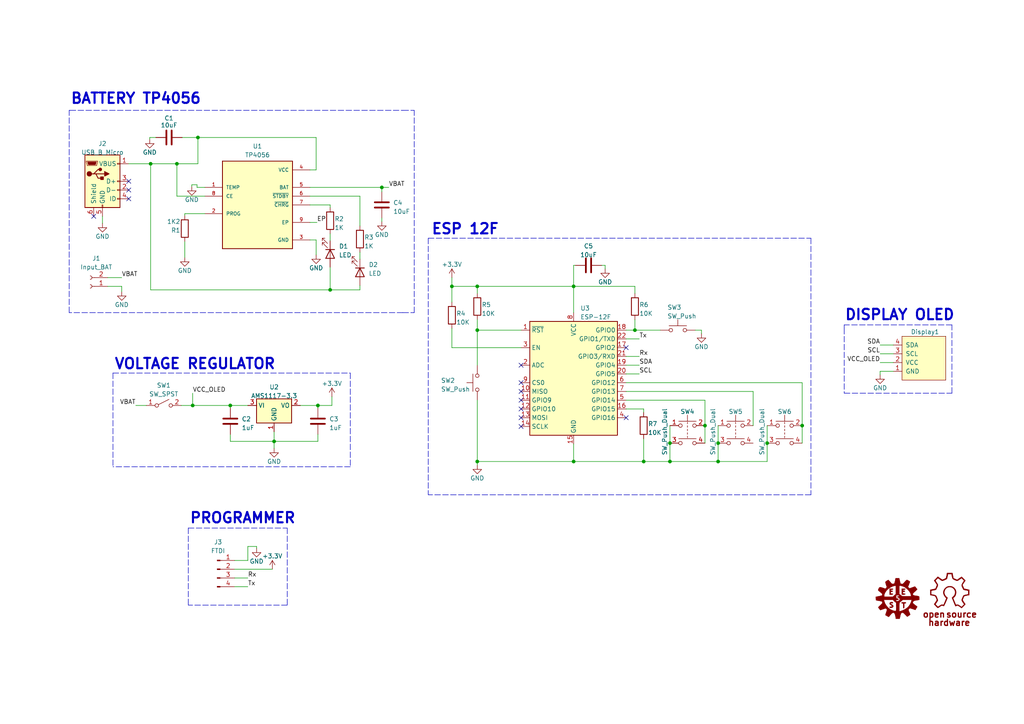
<source format=kicad_sch>
(kicad_sch (version 20230121) (generator eeschema)
  (paper "A4")
  (title_block (title "SmartWatch") (date "2023-04-08") (rev "3.0") (company "E.E.S.T. N°5") (comment 1 "Autor: Mauricio Falcon") (comment 2 "CURSO: 7MO 3RA"))
  (lib_symbols
    (symbol "Connector:Conn_01x02_Socket" (pin_names (offset 1.016) hide)
      (property "Reference" "J" (at 0 2.54 0))
      (property "Value" "Conn_01x02_Socket" (at 0 -5.08 0))
      (symbol "Conn_01x02_Socket_1_1"
        (arc (start 0 -2.032) (mid -0.5058 -2.54) (end 0 -3.048) (stroke (width 0.1524)))
        (polyline (pts (xy -1.27 -2.54) (xy -0.508 -2.54)) (stroke (width 0.1524)))
        (polyline (pts (xy -1.27 0) (xy -0.508 0)) (stroke (width 0.1524)))
        (arc (start 0 0.508) (mid -0.5058 0) (end 0 -0.508) (stroke (width 0.1524)))
        (pin passive line (at -5.08 0 0) (length 3.81) (name "Pin_1") (number "1"))
        (pin passive line (at -5.08 -2.54 0) (length 3.81) (name "Pin_2") (number "2"))
      )
    )
    (symbol "Connector:Conn_01x04_Pin" (pin_names (offset 1.016) hide)
      (property "Reference" "J" (at 0 5.08 0))
      (property "Value" "Conn_01x04_Pin" (at 0 -7.62 0))
      (symbol "Conn_01x04_Pin_1_1"
        (polyline (pts (xy 1.27 -5.08) (xy 0.8636 -5.08)) (stroke (width 0.1524)))
        (polyline (pts (xy 1.27 -2.54) (xy 0.8636 -2.54)) (stroke (width 0.1524)))
        (polyline (pts (xy 1.27 0) (xy 0.8636 0)) (stroke (width 0.1524)))
        (polyline (pts (xy 1.27 2.54) (xy 0.8636 2.54)) (stroke (width 0.1524)))
        (rectangle (start 0.8636 -4.953) (end 0 -5.207) (stroke (width 0.1524)) (fill (type outline)))
        (rectangle (start 0.8636 -2.413) (end 0 -2.667) (stroke (width 0.1524)) (fill (type outline)))
        (rectangle (start 0.8636 0.127) (end 0 -0.127) (stroke (width 0.1524)) (fill (type outline)))
        (rectangle (start 0.8636 2.667) (end 0 2.413) (stroke (width 0.1524)) (fill (type outline)))
        (pin passive line (at 5.08 2.54 180) (length 3.81) (name "Pin_1") (number "1"))
        (pin passive line (at 5.08 0 180) (length 3.81) (name "Pin_2") (number "2"))
        (pin passive line (at 5.08 -2.54 180) (length 3.81) (name "Pin_3") (number "3"))
        (pin passive line (at 5.08 -5.08 180) (length 3.81) (name "Pin_4") (number "4"))
      )
    )
    (symbol "Connector:USB_B_Micro" (pin_names (offset 1.016))
      (property "Reference" "J" (at -5.08 11.43 0))
      (property "Value" "USB_B_Micro" (at -5.08 8.89 0))
      (symbol "USB_B_Micro_0_1"
        (rectangle (start -5.08 -7.62) (end 5.08 7.62) (stroke (width 0.254)) (fill (type background)))
        (circle (center -3.81 2.159) (radius 0.635) (stroke (width 0.254)) (fill (type outline)))
        (circle (center -0.635 3.429) (radius 0.381) (stroke (width 0.254)) (fill (type outline)))
        (rectangle (start -0.127 -7.62) (end 0.127 -6.858))
        (polyline (pts (xy -1.905 2.159) (xy 0.635 2.159)) (stroke (width 0.254)))
        (polyline (pts (xy -3.175 2.159) (xy -2.54 2.159) (xy -1.27 3.429) (xy -0.635 3.429)) (stroke (width 0.254)))
        (polyline (pts (xy -2.54 2.159) (xy -1.905 2.159) (xy -1.27 0.889) (xy 0 0.889)) (stroke (width 0.254)))
        (polyline (pts (xy 0.635 2.794) (xy 0.635 1.524) (xy 1.905 2.159) (xy 0.635 2.794)) (stroke (width 0.254)) (fill (type outline)))
        (polyline (pts (xy -4.318 5.588) (xy -1.778 5.588) (xy -2.032 4.826) (xy -4.064 4.826) (xy -4.318 5.588)) (fill (type outline)))
        (polyline (pts (xy -4.699 5.842) (xy -4.699 5.588) (xy -4.445 4.826) (xy -4.445 4.572) (xy -1.651 4.572) (xy -1.651 4.826) (xy -1.397 5.588) (xy -1.397 5.842) (xy -4.699 5.842)))
        (rectangle (start 0.254 1.27) (end -0.508 0.508) (stroke (width 0.254)) (fill (type outline)))
        (rectangle (start 5.08 -5.207) (end 4.318 -4.953))
        (rectangle (start 5.08 -2.667) (end 4.318 -2.413))
        (rectangle (start 5.08 -0.127) (end 4.318 0.127))
        (rectangle (start 5.08 4.953) (end 4.318 5.207))
      )
      (symbol "USB_B_Micro_1_1"
        (pin power_out line (at 7.62 5.08 180) (length 2.54) (name "VBUS") (number "1"))
        (pin bidirectional line (at 7.62 -2.54 180) (length 2.54) (name "D-") (number "2"))
        (pin bidirectional line (at 7.62 0 180) (length 2.54) (name "D+") (number "3"))
        (pin passive line (at 7.62 -5.08 180) (length 2.54) (name "ID") (number "4"))
        (pin power_out line (at 0 -10.16 90) (length 2.54) (name "GND") (number "5"))
        (pin passive line (at -2.54 -10.16 90) (length 2.54) (name "Shield") (number "6"))
      )
    )
    (symbol "Device:C" (pin_numbers hide) (pin_names (offset 0.254))
      (property "Reference" "C" (at 0.635 2.54 0))
      (property "Value" "C" (at 0.635 -2.54 0))
      (symbol "C_0_1"
        (polyline (pts (xy -2.032 -0.762) (xy 2.032 -0.762)) (stroke (width 0.508)))
        (polyline (pts (xy -2.032 0.762) (xy 2.032 0.762)) (stroke (width 0.508)))
      )
      (symbol "C_1_1"
        (pin passive line (at 0 3.81 270) (length 2.794) (name "~") (number "1"))
        (pin passive line (at 0 -3.81 90) (length 2.794) (name "~") (number "2"))
      )
    )
    (symbol "Device:LED" (pin_numbers hide) (pin_names (offset 1.016) hide)
      (property "Reference" "D" (at 0 2.54 0))
      (property "Value" "LED" (at 0 -2.54 0))
      (symbol "LED_0_1"
        (polyline (pts (xy -1.27 -1.27) (xy -1.27 1.27)) (stroke (width 0.254)))
        (polyline (pts (xy -1.27 0) (xy 1.27 0)))
        (polyline (pts (xy 1.27 -1.27) (xy 1.27 1.27) (xy -1.27 0) (xy 1.27 -1.27)) (stroke (width 0.254)))
        (polyline (pts (xy -3.048 -0.762) (xy -4.572 -2.286) (xy -3.81 -2.286) (xy -4.572 -2.286) (xy -4.572 -1.524)))
        (polyline (pts (xy -1.778 -0.762) (xy -3.302 -2.286) (xy -2.54 -2.286) (xy -3.302 -2.286) (xy -3.302 -1.524)))
      )
      (symbol "LED_1_1"
        (pin passive line (at -3.81 0 0) (length 2.54) (name "K") (number "1"))
        (pin passive line (at 3.81 0 180) (length 2.54) (name "A") (number "2"))
      )
    )
    (symbol "Device:R" (pin_numbers hide) (pin_names (offset 0))
      (property "Reference" "R" (at 2.032 0 90))
      (property "Value" "R" (at 0 0 90))
      (symbol "R_0_1"
        (rectangle (start -1.016 -2.54) (end 1.016 2.54) (stroke (width 0.254)))
      )
      (symbol "R_1_1"
        (pin passive line (at 0 3.81 270) (length 1.27) (name "~") (number "1"))
        (pin passive line (at 0 -3.81 90) (length 1.27) (name "~") (number "2"))
      )
    )
    (symbol "EESTN5-v2:LOGO_ROTULO" (pin_names (offset 1.016))
      (symbol "LOGO_ROTULO_0_0"
        (polyline (pts (xy 1.8034 -2.921) (xy 1.8796 -2.8194) (xy 1.905 -2.6162) (xy 1.9304 -2.2352) (xy 1.9304 -1.7272) (xy 1.9558 -1.5748) (xy 2.032 -1.524) (xy 2.1844 -1.524) (xy 2.3368 -1.4732) (xy 2.4384 -1.3716) (xy 2.413 -1.3208) (xy 2.3368 -1.2446) (xy 2.1336 -1.2192) (xy 1.2954 -1.2192) (xy 1.143 -1.27) (xy 1.1176 -1.3716) (xy 1.143 -1.4478) (xy 1.3716 -1.524) (xy 1.4224 -1.524) (xy 1.524 -1.5494) (xy 1.5748 -1.6256) (xy 1.6002 -1.8542) (xy 1.6256 -2.2352) (xy 1.6256 -2.7432) (xy 1.6764 -2.8956) (xy 1.778 -2.9464) (xy 1.8034 -2.921)) (stroke (width 0.0254)) (fill (type outline)))
        (polyline (pts (xy -1.5748 1.0414) (xy -1.397 1.0922) (xy -1.3208 1.1684) (xy -1.3462 1.1938) (xy -1.4224 1.2954) (xy -1.6764 1.3208) (xy -1.905 1.3462) (xy -2.0066 1.4224) (xy -2.032 1.5748) (xy -2.032 1.7018) (xy -1.9558 1.8034) (xy -1.7272 1.8288) (xy -1.524 1.8796) (xy -1.4224 1.9812) (xy -1.4986 2.1082) (xy -1.7272 2.1336) (xy -1.9558 2.1844) (xy -2.032 2.286) (xy -2.032 2.3114) (xy -1.9558 2.413) (xy -1.6764 2.4384) (xy -1.651 2.4638) (xy -1.4224 2.4892) (xy -1.3208 2.5908) (xy -1.3716 2.6924) (xy -1.524 2.7432) (xy -2.3368 2.7432) (xy -2.3368 1.016) (xy -1.8288 1.016) (xy -1.5748 1.0414)) (stroke (width 0.0254)) (fill (type outline)))
        (polyline (pts (xy 1.9812 1.0414) (xy 2.159 1.0922) (xy 2.2352 1.1684) (xy 2.2098 1.1938) (xy 2.1336 1.2954) (xy 1.8796 1.3208) (xy 1.651 1.3462) (xy 1.5494 1.4224) (xy 1.524 1.5748) (xy 1.524 1.7018) (xy 1.6002 1.8034) (xy 1.8288 1.8288) (xy 2.032 1.8796) (xy 2.1336 1.9812) (xy 2.0574 2.1082) (xy 1.8288 2.1336) (xy 1.6002 2.1844) (xy 1.524 2.286) (xy 1.524 2.3114) (xy 1.6002 2.413) (xy 1.8796 2.4384) (xy 1.905 2.4638) (xy 2.1336 2.4892) (xy 2.2352 2.5908) (xy 2.1844 2.6924) (xy 2.032 2.7432) (xy 1.2192 2.7432) (xy 1.2192 1.016) (xy 1.7272 1.016) (xy 1.9812 1.0414)) (stroke (width 0.0254)) (fill (type outline)))
        (polyline (pts (xy -1.6256 -2.7686) (xy -1.4224 -2.667) (xy -1.27 -2.4892) (xy -1.2446 -2.2606) (xy -1.397 -2.0066) (xy -1.778 -1.778) (xy -1.905 -1.6764) (xy -2.032 -1.524) (xy -2.032 -1.4478) (xy -1.9304 -1.4224) (xy -1.4732 -1.4732) (xy -1.3716 -1.4478) (xy -1.3462 -1.3208) (xy -1.4732 -1.1684) (xy -1.7272 -1.1176) (xy -1.9812 -1.143) (xy -2.1844 -1.27) (xy -2.2606 -1.3208) (xy -2.3368 -1.5748) (xy -2.2352 -1.8288) (xy -1.9304 -2.032) (xy -1.6764 -2.2098) (xy -1.6002 -2.3368) (xy -1.6764 -2.4384) (xy -1.9558 -2.4638) (xy -1.9812 -2.4638) (xy -2.2606 -2.4892) (xy -2.3622 -2.6162) (xy -2.286 -2.7686) (xy -2.159 -2.8194) (xy -1.905 -2.8194) (xy -1.6256 -2.7686)) (stroke (width 0.0254)) (fill (type outline)))
        (polyline (pts (xy 0.762 -5.1816) (xy 0.8128 -4.953) (xy 0.9144 -4.6228) (xy 0.9906 -4.445) (xy 1.0922 -4.318) (xy 1.2446 -4.2418) (xy 1.3716 -4.2164) (xy 1.524 -4.2164) (xy 1.6764 -4.2926) (xy 1.8796 -4.4704) (xy 2.794 -5.3848) (xy 3.2258 -5.1054) (xy 3.3782 -5.0038) (xy 3.556 -4.8514) (xy 3.6576 -4.7498) (xy 3.6068 -4.6482) (xy 3.5306 -4.4196) (xy 3.4036 -4.0894) (xy 3.302 -3.8862) (xy 3.175 -3.5814) (xy 3.1496 -3.3782) (xy 3.2004 -3.2258) (xy 3.429 -2.9972) (xy 3.556 -2.9464) (xy 3.7084 -2.9718) (xy 3.9624 -3.0226) (xy 4.3688 -3.1496) (xy 5.1562 -3.429) (xy 5.4102 -2.9718) (xy 5.5118 -2.8194) (xy 5.6388 -2.5908) (xy 5.6896 -2.4892) (xy 5.6642 -2.4892) (xy 5.5626 -2.3622) (xy 5.3086 -2.1844) (xy 5.0038 -1.9558) (xy 4.6736 -1.6764) (xy 4.445 -1.4732) (xy 4.3942 -1.3208) (xy 4.4196 -1.27) (xy 4.4704 -1.0922) (xy 4.572 -0.9144) (xy 4.7752 -0.762) (xy 5.0292 -0.7112) (xy 5.1308 -0.6858) (xy 5.4356 -0.6604) (xy 5.7658 -0.5842) (xy 6.2992 -0.4826) (xy 6.2992 0.0254) (xy 6.2738 0.0508) (xy 6.2738 0.3048) (xy 6.223 0.4572) (xy 6.096 0.5588) (xy 5.842 0.6096) (xy 5.4356 0.6604) (xy 5.1054 0.7112) (xy 4.7752 0.7874) (xy 4.572 0.8382) (xy 4.4704 0.9398) (xy 4.4196 1.0922) (xy 4.4196 1.2446) (xy 4.5212 1.397) (xy 4.699 1.6256) (xy 5.0292 1.905) (xy 5.1562 2.0066) (xy 5.6134 2.4638) (xy 5.6642 2.54) (xy 5.6642 2.5908) (xy 5.5372 2.7686) (xy 5.334 2.9972) (xy 5.0292 3.3782) (xy 3.4544 2.8194) (xy 3.2258 3.0226) (xy 2.9972 3.2512) (xy 3.302 3.9878) (xy 3.3274 4.0894) (xy 3.4544 4.4196) (xy 3.556 4.6736) (xy 3.5814 4.7752) (xy 3.5052 4.8514) (xy 3.302 4.9784) (xy 3.048 5.1308) (xy 2.8448 5.2324) (xy 2.7178 5.2832) (xy 2.6924 5.2832) (xy 2.5908 5.2324) (xy 2.4384 5.1054) (xy 2.2098 4.8768) (xy 1.8796 4.4958) (xy 1.524 4.1402) (xy 1.3716 4.0894) (xy 1.143 4.1148) (xy 0.889 4.2164) (xy 0.7874 4.3434) (xy 0.7366 4.5974) (xy 0.635 5.0038) (xy 0.4572 5.7912) (xy -0.5842 5.7912) (xy -0.7112 5.1054) (xy -0.8128 4.699) (xy -0.889 4.4196) (xy -0.9652 4.2418) (xy -1.0922 4.1656) (xy -1.2954 4.1148) (xy -1.524 4.1148) (xy -1.6764 4.191) (xy -1.8796 4.3688) (xy -2.1336 4.6736) (xy -2.6924 5.2832) (xy -3.0988 5.0546) (xy -3.2258 4.953) (xy -3.4544 4.8006) (xy -3.556 4.6736) (xy -3.5306 4.5212) (xy -3.4544 4.2164) (xy -3.3528 3.8608) (xy -3.1242 3.175) (xy -3.3528 2.9464) (xy -3.556 2.7178) (xy -4.0386 2.8956) (xy -4.572 3.0734) (xy -4.9022 3.1496) (xy -5.0546 3.1496) (xy -5.2324 3.1242) (xy -5.3594 3.0226) (xy -5.5118 2.7432) (xy -5.5626 2.6162) (xy -5.6388 2.3876) (xy -5.6388 2.2606) (xy -5.5118 2.1336) (xy -5.2832 1.9558) (xy -4.9784 1.7018) (xy -4.7752 1.524) (xy -4.5466 1.3208) (xy -4.4704 1.143) (xy -4.445 0.9906) (xy -4.4704 0.889) (xy -4.5212 0.8128) (xy -4.6228 0.7366) (xy -4.826 0.6858) (xy -5.1562 0.6096) (xy -5.6388 0.508) (xy -6.1722 0.4064) (xy -3.8608 0.4064) (xy -3.8608 0.7874) (xy -3.8354 1.1176) (xy -3.6068 1.6256) (xy -3.2512 2.159) (xy -2.7686 2.6416) (xy -2.6416 2.7432) (xy -2.159 3.048) (xy -1.651 3.3274) (xy -1.1684 3.5052) (xy -0.762 3.556) (xy -0.508 3.556) (xy -0.508 1.1938) (xy -0.5588 1.143) (xy 0.508 1.143) (xy 0.508 3.429) (xy 0.5588 3.5814) (xy 0.6096 3.6322) (xy 0.6858 3.6322) (xy 0.9144 3.5814) (xy 1.1938 3.5052) (xy 1.3462 3.4798) (xy 1.9304 3.2512) (xy 2.4892 2.8702) (xy 2.9972 2.413) (xy 3.429 1.905) (xy 3.7338 1.3716) (xy 3.8608 0.8636) (xy 3.9116 0.5588) (xy 2.5654 0.5334) (xy 2.0066 0.5334) (xy 1.5748 0.5588) (xy 1.2954 0.5842) (xy 1.2192 0.6096) (xy 1.0668 0.762) (xy 0.8636 0.9144) (xy 0.508 1.143) (xy -0.5588 1.143) (xy -0.9398 0.8128) (xy -1.3716 0.4064) (xy -3.8608 0.4064) (xy -6.1722 0.4064) (xy -6.3246 0.381) (xy -6.2992 -0.127) (xy -6.2738 -0.508) (xy -3.9878 -0.508) (xy -1.3208 -0.508) (xy -1.1938 -0.6604) (xy -0.508 -0.6604) (xy -0.4318 -0.5588) (xy -0.127 -0.5334) (xy 0.0762 -0.5334) (xy 0.2032 -0.4826) (xy 0.254 -0.3556) (xy 0.2286 -0.2794) (xy 0.1524 -0.1524) (xy -0.0762 -0.1016) (xy -0.2032 -0.1016) (xy -0.3556 -0.0508) (xy -0.4064 0.1016) (xy -0.4064 0.8128) (xy 0.2286 0.8128) (xy 0.4318 0.762) (xy 0.508 0.6604) (xy 0.4318 0.5588) (xy 0.2032 0.508) (xy 0 0.4826) (xy -0.1016 0.4064) (xy -0.0254 0.2794) (xy 0.2286 0.1524) (xy 0.3556 0.127) (xy 0.508 -0.0254) (xy 0.5842 -0.254) (xy 0.5842 -0.2794) (xy 0.5588 -0.5588) (xy 0.381 -0.7366) (xy 0.3302 -0.762) (xy 0.0508 -0.8636) (xy -0.2286 -0.889) (xy -0.4318 -0.8128) (xy -0.508 -0.6604) (xy -1.1938 -0.6604) (xy -1.016 -0.8636) (xy -0.9144 -0.9652) (xy -0.7112 -1.143) (xy -0.5588 -1.2192) (xy -0.508 -1.2192) (xy -0.4572 -1.3462) (xy -0.4318 -1.5494) (xy -0.4318 -1.9304) (xy -0.4318 -2.032) (xy 0.508 -2.032) (xy 0.5334 -1.5748) (xy 0.5588 -1.2954) (xy 0.5842 -1.2192) (xy 0.6604 -1.1938) (xy 0.8382 -1.0414) (xy 1.0922 -0.8636) (xy 1.4732 -0.508) (xy 4.064 -0.508) (xy 3.9878 -0.8382) (xy 3.9878 -0.889) (xy 3.81 -1.3462) (xy 3.556 -1.8542) (xy 3.2258 -2.3368) (xy 2.921 -2.667) (xy 2.6924 -2.8448) (xy 2.3114 -3.1242) (xy 1.9304 -3.3274) (xy 1.6256 -3.4798) (xy 1.2192 -3.6322) (xy 0.9144 -3.7338) (xy 0.508 -3.8354) (xy 0.508 -2.032) (xy -0.4318 -2.032) (xy -0.4064 -2.4892) (xy -0.4064 -2.8448) (xy -0.4318 -3.302) (xy -0.4572 -3.5814) (xy -0.5588 -3.7084) (xy -0.7366 -3.7592) (xy -0.9906 -3.683) (xy -1.3716 -3.5814) (xy -1.9304 -3.3528) (xy -2.6162 -2.8956) (xy -3.175 -2.286) (xy -3.6322 -1.5748) (xy -3.9116 -0.7874) (xy -3.9878 -0.508) (xy -6.2738 -0.508) (xy -6.2484 -0.635) (xy -5.3848 -0.7874) (xy -5.0546 -0.8382) (xy -4.7498 -0.9144) (xy -4.572 -0.9652) (xy -4.4704 -1.0668) (xy -4.4196 -1.1938) (xy -4.4196 -1.3716) (xy -4.4958 -1.524) (xy -4.6736 -1.7272) (xy -4.9784 -2.032) (xy -5.08 -2.1082) (xy -5.5372 -2.5654) (xy -5.6134 -2.6924) (xy -5.588 -2.7178) (xy -5.4864 -2.8956) (xy -5.3086 -3.1242) (xy -5.0292 -3.4798) (xy -4.2164 -3.2004) (xy -3.8608 -3.0734) (xy -3.6068 -2.9972) (xy -3.429 -2.9972) (xy -3.3274 -3.0226) (xy -3.2258 -3.1242) (xy -3.1496 -3.2258) (xy -3.0988 -3.3274) (xy -3.0988 -3.4798) (xy -3.175 -3.7084) (xy -3.302 -4.1148) (xy -3.3528 -4.2418) (xy -3.4544 -4.572) (xy -3.5306 -4.826) (xy -3.5306 -4.9276) (xy -3.5052 -4.953) (xy -3.302 -5.0546) (xy -3.048 -5.207) (xy -2.5654 -5.461) (xy -2.0574 -4.826) (xy -1.7526 -4.4958) (xy -1.524 -4.318) (xy -1.3462 -4.2418) (xy -1.1684 -4.2418) (xy -1.016 -4.2926) (xy -0.9144 -4.3942) (xy -0.8128 -4.5974) (xy -0.7112 -4.9276) (xy -0.6096 -5.4102) (xy -0.508 -5.9944) (xy 0.5842 -5.9944) (xy 0.762 -5.1816)) (stroke (width 0.0254)) (fill (type outline)))
      )
    )
    (symbol "EESTN5-v2:OSHWA" (pin_names (offset 1.016))
      (symbol "OSHWA_0_0"
        (polyline (pts (xy 5.7912 2.667) (xy 5.5372 2.7178) (xy 5.4864 2.7432) (xy 5.4864 1.8796) (xy 5.4864 1.8288) (xy 5.4864 1.6002) (xy 5.4864 1.4732) (xy 5.4102 1.3716) (xy 5.2832 1.3208) (xy 5.0038 1.27) (xy 4.6228 1.1938) (xy 4.572 1.1684) (xy 4.318 1.1176) (xy 4.1656 1.0414) (xy 4.0386 0.889) (xy 3.937 0.6604) (xy 3.8354 0.4064) (xy 3.683 0.0762) (xy 3.6068 -0.1778) (xy 3.5814 -0.3556) (xy 3.6322 -0.5334) (xy 3.7592 -0.7366) (xy 3.9116 -0.9906) (xy 4.318 -1.5494) (xy 3.937 -1.9304) (xy 3.5814 -2.3114) (xy 3.048 -1.9558) (xy 2.794 -1.778) (xy 2.5654 -1.651) (xy 2.3876 -1.6256) (xy 2.2098 -1.6256) (xy 1.905 -1.6764) (xy 1.4986 -0.7112) (xy 1.1176 0.2286) (xy 1.397 0.508) (xy 1.5748 0.6604) (xy 1.8034 1.016) (xy 1.9304 1.397) (xy 1.9812 1.8542) (xy 1.9812 1.9304) (xy 1.9558 2.2606) (xy 1.905 2.54) (xy 1.7526 2.8194) (xy 1.4732 3.175) (xy 1.0668 3.5052) (xy 0.5842 3.683) (xy 0.1016 3.7338) (xy -0.4064 3.6576) (xy -0.889 3.429) (xy -1.2954 3.048) (xy -1.3462 2.9972) (xy -1.6256 2.5146) (xy -1.7526 2.0066) (xy -1.7018 1.4986) (xy -1.4986 0.9906) (xy -1.143 0.508) (xy -0.8636 0.2032) (xy -1.2446 -0.7366) (xy -1.651 -1.6764) (xy -1.9558 -1.6256) (xy -2.1082 -1.6256) (xy -2.286 -1.651) (xy -2.4892 -1.7526) (xy -2.7686 -1.9304) (xy -3.2766 -2.2606) (xy -3.6576 -1.905) (xy -4.0132 -1.524) (xy -3.6322 -0.9652) (xy -3.2766 -0.4064) (xy -3.429 0.0254) (xy -3.4544 0.1016) (xy -3.6068 0.508) (xy -3.7338 0.7874) (xy -3.8862 0.9906) (xy -4.0894 1.0922) (xy -4.3688 1.1938) (xy -4.7752 1.27) (xy -5.2578 1.3716) (xy -5.2324 1.905) (xy -5.207 2.413) (xy -4.5212 2.54) (xy -3.8608 2.667) (xy -3.5814 3.2512) (xy -3.556 3.302) (xy -3.4036 3.6068) (xy -3.3274 3.8862) (xy -3.2766 4.0386) (xy -3.3274 4.2164) (xy -3.4544 4.445) (xy -3.6322 4.7244) (xy -3.6576 4.7498) (xy -3.81 5.0292) (xy -3.937 5.207) (xy -3.9878 5.3086) (xy -3.9878 5.334) (xy -3.8862 5.461) (xy -3.7338 5.6388) (xy -3.5306 5.8166) (xy -3.3782 5.969) (xy -3.2766 6.0198) (xy -3.1496 5.9436) (xy -2.9464 5.8166) (xy -2.6924 5.6388) (xy -2.6162 5.588) (xy -2.3622 5.4102) (xy -2.159 5.3086) (xy -2.032 5.2578) (xy -1.8796 5.3086) (xy -1.6256 5.3848) (xy -1.3208 5.5118) (xy -1.2446 5.5372) (xy -0.9144 5.6896) (xy -0.7112 5.842) (xy -0.635 5.969) (xy -0.6096 6.096) (xy -0.5588 6.3754) (xy -0.4826 6.6802) (xy -0.381 7.239) (xy 0.127 7.239) (xy 0.635 7.239) (xy 0.7366 6.731) (xy 0.7874 6.477) (xy 0.8636 6.1722) (xy 0.9398 5.9436) (xy 1.0414 5.8166) (xy 1.1684 5.715) (xy 1.3462 5.6134) (xy 1.4478 5.5626) (xy 1.778 5.4356) (xy 2.032 5.334) (xy 2.1844 5.2832) (xy 2.3114 5.2832) (xy 2.4638 5.334) (xy 2.667 5.4356) (xy 2.9464 5.6388) (xy 3.556 6.0452) (xy 3.937 5.6896) (xy 4.2926 5.3086) (xy 3.9116 4.7498) (xy 3.8354 4.6228) (xy 3.683 4.318) (xy 3.5814 4.0894) (xy 3.6068 3.8354) (xy 3.683 3.5306) (xy 3.8862 3.1496) (xy 4.1148 2.667) (xy 4.7752 2.54) (xy 5.461 2.413) (xy 5.4864 1.8796) (xy 5.4864 2.7432) (xy 5.4102 2.7432) (xy 5.1054 2.8194) (xy 4.8006 2.8956) (xy 4.2926 2.9718) (xy 4.064 3.5306) (xy 3.81 4.0894) (xy 4.2418 4.7244) (xy 4.6736 5.3594) (xy 4.1148 5.9182) (xy 3.5814 6.4516) (xy 2.921 6.0198) (xy 2.286 5.5626) (xy 1.7526 5.7912) (xy 1.1938 6.0452) (xy 1.0922 6.5532) (xy 1.0668 6.8072) (xy 0.9906 7.0866) (xy 0.9652 7.3152) (xy 0.9144 7.5438) (xy 0.127 7.5438) (xy -0.6604 7.5438) (xy -0.762 6.9342) (xy -0.8128 6.6802) (xy -0.889 6.35) (xy -0.9652 6.1214) (xy -1.0922 5.9944) (xy -1.27 5.8928) (xy -1.524 5.7658) (xy -2.032 5.588) (xy -2.667 6.0198) (xy -3.3274 6.477) (xy -3.8608 5.9182) (xy -4.4196 5.3594) (xy -3.9878 4.7244) (xy -3.556 4.0894) (xy -3.7846 3.556) (xy -3.7846 3.5306) (xy -3.8862 3.2766) (xy -3.9878 3.0734) (xy -4.0132 2.9972) (xy -4.0386 2.9718) (xy -4.191 2.9464) (xy -4.445 2.8956) (xy -4.7752 2.8194) (xy -5.5118 2.6924) (xy -5.5118 1.905) (xy -5.5118 1.143) (xy -4.9022 1.016) (xy -4.8768 1.016) (xy -4.5466 0.9652) (xy -4.2926 0.889) (xy -4.1402 0.8382) (xy -4.1148 0.8128) (xy -4.0132 0.6604) (xy -3.8862 0.4318) (xy -3.7592 0.1524) (xy -3.683 -0.1016) (xy -3.6576 -0.3048) (xy -3.7084 -0.4572) (xy -3.8608 -0.6858) (xy -4.0386 -0.9652) (xy -4.4196 -1.524) (xy -3.8862 -2.0828) (xy -3.7846 -2.2098) (xy -3.556 -2.413) (xy -3.3782 -2.5654) (xy -3.3274 -2.6162) (xy -3.302 -2.6162) (xy -3.2004 -2.54) (xy -2.9972 -2.413) (xy -2.7178 -2.2352) (xy -2.5654 -2.1082) (xy -2.3368 -1.9558) (xy -2.1844 -1.905) (xy -2.0574 -1.905) (xy -1.905 -1.9304) (xy -1.7018 -2.0066) (xy -1.5748 -2.0574) (xy -1.5494 -2.032) (xy -1.4732 -1.8796) (xy -1.3462 -1.6256) (xy -1.1684 -1.27) (xy -0.9906 -0.8636) (xy -0.4826 0.3556) (xy -0.8382 0.6604) (xy -1.016 0.8128) (xy -1.27 1.2192) (xy -1.4224 1.651) (xy -1.4224 2.1082) (xy -1.2954 2.5146) (xy -1.0922 2.8956) (xy -0.762 3.2004) (xy -0.3556 3.4036) (xy 0.1524 3.4798) (xy 0.4826 3.429) (xy 0.9144 3.2766) (xy 1.27 2.9718) (xy 1.5494 2.5908) (xy 1.6764 2.159) (xy 1.6764 1.8288) (xy 1.6256 1.4478) (xy 1.4732 1.0922) (xy 1.1684 0.762) (xy 0.762 0.3556) (xy 1.2446 -0.8128) (xy 1.3208 -1.016) (xy 1.4732 -1.397) (xy 1.6256 -1.7272) (xy 1.7272 -1.9558) (xy 1.778 -2.0574) (xy 1.8796 -2.0828) (xy 2.032 -2.0066) (xy 2.1844 -1.905) (xy 2.3114 -1.8796) (xy 2.4892 -1.905) (xy 2.7178 -2.032) (xy 3.0226 -2.2352) (xy 3.5814 -2.6416) (xy 4.1402 -2.0828) (xy 4.6736 -1.524) (xy 4.2926 -0.9652) (xy 4.2164 -0.8636) (xy 4.064 -0.6096) (xy 3.937 -0.381) (xy 3.8862 -0.2794) (xy 3.8862 -0.254) (xy 3.937 -0.0762) (xy 4.0386 0.1778) (xy 4.1402 0.4572) (xy 4.2418 0.6858) (xy 4.318 0.7874) (xy 4.3434 0.8128) (xy 4.4958 0.8636) (xy 4.7498 0.9398) (xy 5.08 1.016) (xy 5.7912 1.143) (xy 5.7912 1.905) (xy 5.7912 2.667) (xy 5.7912 2.667)) (stroke (width 0.0254)) (fill (type outline)))
        (text "hardware" (at -0.0254 -6.858 0) (effects (font (size 1.778 1.778) bold)))
        (text "open" (at -4.445 -4.445 0) (effects (font (size 1.778 1.778) bold)))
        (text "source" (at 3.556 -4.445 0) (effects (font (size 1.778 1.778) bold)))
      )
    )
    (symbol "EESTN5-v2:SSD1306-SSD1306-128x64_OLED" (pin_names (offset 1.016))
      (property "Reference" "Display" (at 0 -3.81 0))
      (symbol "SSD1306-SSD1306-128x64_OLED_0_1"
        (rectangle (start -6.35 6.35) (end 6.35 -6.35) (fill (type background)))
      )
      (symbol "SSD1306-SSD1306-128x64_OLED_1_1"
        (pin input line (at -3.81 8.89 270) (length 2.54) (name "GND") (number "1"))
        (pin input line (at -1.27 8.89 270) (length 2.54) (name "VCC") (number "2"))
        (pin input line (at 1.27 8.89 270) (length 2.54) (name "SCL") (number "3"))
        (pin input line (at 3.81 8.89 270) (length 2.54) (name "SDA") (number "4"))
      )
    )
    (symbol "RF_Module:ESP-12F"
      (property "Reference" "U" (at -12.7 19.05 0))
      (property "Value" "ESP-12F" (at 12.7 19.05 0))
      (symbol "ESP-12F_0_1"
        (rectangle (start -12.7 17.78) (end 12.7 -15.24) (stroke (width 0.254)) (fill (type background)))
      )
      (symbol "ESP-12F_1_1"
        (pin input line (at -15.24 15.24 0) (length 2.54) (name "~{RST}") (number "1"))
        (pin bidirectional line (at -15.24 -2.54 0) (length 2.54) (name "MISO") (number "10"))
        (pin bidirectional line (at -15.24 -5.08 0) (length 2.54) (name "GPIO9") (number "11"))
        (pin bidirectional line (at -15.24 -7.62 0) (length 2.54) (name "GPIO10") (number "12"))
        (pin bidirectional line (at -15.24 -10.16 0) (length 2.54) (name "MOSI") (number "13"))
        (pin bidirectional line (at -15.24 -12.7 0) (length 2.54) (name "SCLK") (number "14"))
        (pin power_in line (at 0 -17.78 90) (length 2.54) (name "GND") (number "15"))
        (pin bidirectional line (at 15.24 -7.62 180) (length 2.54) (name "GPIO15") (number "16"))
        (pin bidirectional line (at 15.24 10.16 180) (length 2.54) (name "GPIO2") (number "17"))
        (pin bidirectional line (at 15.24 15.24 180) (length 2.54) (name "GPIO0") (number "18"))
        (pin bidirectional line (at 15.24 5.08 180) (length 2.54) (name "GPIO4") (number "19"))
        (pin input line (at -15.24 5.08 0) (length 2.54) (name "ADC") (number "2"))
        (pin bidirectional line (at 15.24 2.54 180) (length 2.54) (name "GPIO5") (number "20"))
        (pin bidirectional line (at 15.24 7.62 180) (length 2.54) (name "GPIO3/RXD") (number "21"))
        (pin bidirectional line (at 15.24 12.7 180) (length 2.54) (name "GPIO1/TXD") (number "22"))
        (pin input line (at -15.24 10.16 0) (length 2.54) (name "EN") (number "3"))
        (pin bidirectional line (at 15.24 -10.16 180) (length 2.54) (name "GPIO16") (number "4"))
        (pin bidirectional line (at 15.24 -5.08 180) (length 2.54) (name "GPIO14") (number "5"))
        (pin bidirectional line (at 15.24 0 180) (length 2.54) (name "GPIO12") (number "6"))
        (pin bidirectional line (at 15.24 -2.54 180) (length 2.54) (name "GPIO13") (number "7"))
        (pin power_in line (at 0 20.32 270) (length 2.54) (name "VCC") (number "8"))
        (pin input line (at -15.24 0 0) (length 2.54) (name "CS0") (number "9"))
      )
    )
    (symbol "Regulator_Linear:AMS1117-3.3"
      (property "Reference" "U" (at -3.81 3.175 0))
      (property "Value" "AMS1117-3.3" (at 0 3.175 0))
      (symbol "AMS1117-3.3_0_1"
        (rectangle (start -5.08 -5.08) (end 5.08 1.905) (stroke (width 0.254)) (fill (type background)))
      )
      (symbol "AMS1117-3.3_1_1"
        (pin power_in line (at 0 -7.62 90) (length 2.54) (name "GND") (number "1"))
        (pin power_out line (at 7.62 0 180) (length 2.54) (name "VO") (number "2"))
        (pin power_in line (at -7.62 0 0) (length 2.54) (name "VI") (number "3"))
      )
    )
    (symbol "Switch:SW_Push" (pin_numbers hide) (pin_names (offset 1.016) hide)
      (property "Reference" "SW" (at 1.27 2.54 0))
      (property "Value" "SW_Push" (at 0 -1.524 0))
      (symbol "SW_Push_0_1"
        (circle (center -2.032 0) (radius 0.508))
        (polyline (pts (xy 0 1.27) (xy 0 3.048)))
        (polyline (pts (xy 2.54 1.27) (xy -2.54 1.27)))
        (circle (center 2.032 0) (radius 0.508))
        (pin passive line (at -5.08 0 0) (length 2.54) (name "1") (number "1"))
        (pin passive line (at 5.08 0 180) (length 2.54) (name "2") (number "2"))
      )
    )
    (symbol "Switch:SW_Push_Dual" (pin_names (offset 1.016) hide)
      (property "Reference" "SW" (at 1.27 2.54 0))
      (property "Value" "SW_Push_Dual" (at 0 -6.858 0))
      (symbol "SW_Push_Dual_0_1"
        (circle (center -2.032 -5.08) (radius 0.508))
        (circle (center -2.032 0) (radius 0.508))
        (polyline (pts (xy 0 -3.048) (xy 0 -3.556)))
        (polyline (pts (xy 0 -2.032) (xy 0 -2.54)))
        (polyline (pts (xy 0 -1.524) (xy 0 -1.016)))
        (polyline (pts (xy 0 -0.508) (xy 0 0)))
        (polyline (pts (xy 0 0.508) (xy 0 1.016)))
        (polyline (pts (xy 0 1.27) (xy 0 3.048)))
        (polyline (pts (xy 2.54 -3.81) (xy -2.54 -3.81)))
        (polyline (pts (xy 2.54 1.27) (xy -2.54 1.27)))
        (circle (center 2.032 -5.08) (radius 0.508))
        (circle (center 2.032 0) (radius 0.508))
        (pin passive line (at -5.08 0 0) (length 2.54) (name "1") (number "1"))
        (pin passive line (at 5.08 0 180) (length 2.54) (name "2") (number "2"))
        (pin passive line (at -5.08 -5.08 0) (length 2.54) (name "3") (number "3"))
        (pin passive line (at 5.08 -5.08 180) (length 2.54) (name "4") (number "4"))
      )
    )
    (symbol "Switch:SW_SPST" (pin_names (offset 0) hide)
      (property "Reference" "SW" (at 0 3.175 0))
      (property "Value" "SW_SPST" (at 0 -2.54 0))
      (symbol "SW_SPST_0_0"
        (circle (center -2.032 0) (radius 0.508))
        (polyline (pts (xy -1.524 0.254) (xy 1.524 1.778)))
        (circle (center 2.032 0) (radius 0.508))
      )
      (symbol "SW_SPST_1_1"
        (pin passive line (at -5.08 0 0) (length 2.54) (name "A") (number "1"))
        (pin passive line (at 5.08 0 180) (length 2.54) (name "B") (number "2"))
      )
    )
    (symbol "TP4056_2:TP4056" (pin_names (offset 1.016))
      (property "Reference" "U" (at -10.16 13.208 0))
      (property "Value" "TP4056" (at -10.16 -15.24 0))
      (symbol "TP4056_0_0"
        (rectangle (start -10.16 -12.7) (end 10.16 12.7) (stroke (width 0.254)) (fill (type background)))
        (pin input line (at -15.24 5.08 0) (length 5.08) (name "TEMP") (number "1"))
        (pin bidirectional line (at -15.24 -2.54 0) (length 5.08) (name "PROG") (number "2"))
        (pin power_in line (at 15.24 -10.16 180) (length 5.08) (name "GND") (number "3"))
        (pin power_in line (at 15.24 10.16 180) (length 5.08) (name "VCC") (number "4"))
        (pin output line (at 15.24 5.08 180) (length 5.08) (name "BAT") (number "5"))
        (pin output line (at 15.24 2.54 180) (length 5.08) (name "~{STDBY}") (number "6"))
        (pin output line (at 15.24 0 180) (length 5.08) (name "~{CHRG}") (number "7"))
        (pin input line (at -15.24 2.54 0) (length 5.08) (name "CE") (number "8"))
        (pin passive line (at 15.24 -5.08 180) (length 5.08) (name "EP") (number "9"))
      )
    )
    (symbol "power:+3.3V" (power) (pin_names (offset 0))
      (property "Value" "+3.3V" (at 0 3.556 0))
      (symbol "+3.3V_0_1"
        (polyline (pts (xy -0.762 1.27) (xy 0 2.54)))
        (polyline (pts (xy 0 0) (xy 0 2.54)))
        (polyline (pts (xy 0 2.54) (xy 0.762 1.27)))
      )
      (symbol "+3.3V_1_1"
        (pin power_in line (at 0 0 90) (length 0) hide (name "+3.3V") (number "1"))
      )
    )
    (symbol "power:GND" (power) (pin_names (offset 0))
      (property "Value" "GND" (at 0 -3.81 0))
      (symbol "GND_0_1"
        (polyline (pts (xy 0 0) (xy 0 -1.27) (xy 1.27 -1.27) (xy 0 -2.54) (xy -1.27 -1.27) (xy 0 -1.27)))
      )
      (symbol "GND_1_1"
        (pin power_in line (at 0 0 270) (length 0) hide (name "GND") (number "1"))
      )
    )
  )
  (junction (at 131.064 83.058))
  (junction (at 166.37 133.858))
  (junction (at 43.688 47.498))
  (junction (at 55.88 117.602))
  (junction (at 232.664 123.444))
  (junction (at 208.28 133.858))
  (junction (at 138.43 133.858))
  (junction (at 51.308 47.498))
  (junction (at 184.15 95.758))
  (junction (at 92.202 117.602))
  (junction (at 194.31 128.524))
  (junction (at 208.28 128.524))
  (junction (at 110.744 54.356))
  (junction (at 79.502 128.016))
  (junction (at 186.69 133.858))
  (junction (at 66.802 117.602))
  (junction (at 57.404 39.878))
  (junction (at 95.758 84.074))
  (junction (at 222.504 128.524))
  (junction (at 204.47 123.444))
  (junction (at 138.43 83.058))
  (junction (at 138.43 95.758))
  (junction (at 194.31 133.858))
  (junction (at 166.37 83.058))
  (no_connect (at 37.338 57.658))
  (no_connect (at 151.13 121.158))
  (no_connect (at 37.338 52.578))
  (no_connect (at 151.13 116.078))
  (no_connect (at 151.13 123.698))
  (no_connect (at 181.61 121.158))
  (no_connect (at 151.13 118.618))
  (no_connect (at 151.13 105.918))
  (no_connect (at 151.13 113.538))
  (no_connect (at 181.61 100.838))
  (no_connect (at 27.178 62.738))
  (no_connect (at 151.13 110.998))
  (no_connect (at 37.338 55.118))
  (wire (pts (xy 218.44 113.538) (xy 218.44 123.444)))
  (wire (pts (xy 185.42 108.458) (xy 181.61 108.458)))
  (wire (pts (xy 59.436 61.976) (xy 53.594 61.976)))
  (wire (pts (xy 138.43 95.758) (xy 138.43 105.918)))
  (wire (pts (xy 186.69 118.618) (xy 186.69 119.634)))
  (wire (pts (xy 57.404 47.498) (xy 51.308 47.498)))
  (wire (pts (xy 43.434 39.878) (xy 45.212 39.878)))
  (wire (pts (xy 79.502 128.016) (xy 79.502 125.222)))
  (wire (pts (xy 43.688 84.074) (xy 95.758 84.074)))
  (wire (pts (xy 71.882 162.56) (xy 68.072 162.56)))
  (wire (pts (xy 166.37 133.858) (xy 186.69 133.858)))
  (polyline (pts (xy 101.6 135.382) (xy 32.766 135.382)) (stroke (width 0) (type dash)))
  (polyline (pts (xy 116.84 90.678) (xy 120.142 90.678)) (stroke (width 0) (type dash)))
  (wire (pts (xy 138.43 92.71) (xy 138.43 95.758)))
  (wire (pts (xy 55.626 53.594) (xy 55.626 54.102)))
  (wire (pts (xy 92.202 117.602) (xy 92.202 118.364)))
  (wire (pts (xy 71.882 167.64) (xy 68.072 167.64)))
  (wire (pts (xy 184.15 83.058) (xy 166.37 83.058)))
  (polyline (pts (xy 276.098 114.046) (xy 276.098 94.234)) (stroke (width 0) (type dash)))
  (wire (pts (xy 208.28 128.524) (xy 208.28 133.858)))
  (wire (pts (xy 181.61 95.758) (xy 184.15 95.758)))
  (wire (pts (xy 222.504 123.444) (xy 222.504 128.524)))
  (wire (pts (xy 35.306 83.058) (xy 35.306 84.582)))
  (wire (pts (xy 131.064 87.63) (xy 131.064 83.058)))
  (polyline (pts (xy 32.766 108.204) (xy 101.6 108.204)) (stroke (width 0) (type dash)))
  (wire (pts (xy 52.832 39.878) (xy 57.404 39.878)))
  (wire (pts (xy 131.064 100.838) (xy 131.064 95.25)))
  (wire (pts (xy 52.578 117.602) (xy 55.88 117.602)))
  (wire (pts (xy 208.28 123.444) (xy 208.28 128.524)))
  (wire (pts (xy 131.064 83.058) (xy 138.43 83.058)))
  (wire (pts (xy 95.758 77.47) (xy 95.758 84.074)))
  (wire (pts (xy 166.37 83.058) (xy 166.37 90.678)))
  (polyline (pts (xy 54.61 153.162) (xy 54.61 175.514)) (stroke (width 0) (type dash)))
  (wire (pts (xy 232.664 123.444) (xy 232.664 128.524)))
  (wire (pts (xy 184.15 92.71) (xy 184.15 95.758)))
  (wire (pts (xy 89.916 64.516) (xy 91.948 64.516)))
  (wire (pts (xy 104.394 56.896) (xy 89.916 56.896)))
  (wire (pts (xy 110.744 54.356) (xy 112.776 54.356)))
  (wire (pts (xy 71.882 170.18) (xy 68.072 170.18)))
  (wire (pts (xy 57.15 54.356) (xy 57.15 53.594)))
  (wire (pts (xy 138.43 116.078) (xy 138.43 133.858)))
  (wire (pts (xy 184.15 95.758) (xy 191.516 95.758)))
  (wire (pts (xy 255.27 107.696) (xy 259.08 107.696)))
  (polyline (pts (xy 244.856 114.046) (xy 276.098 114.046)) (stroke (width 0) (type dash)))
  (polyline (pts (xy 54.61 153.162) (xy 83.312 153.162)) (stroke (width 0) (type dash)))
  (wire (pts (xy 138.43 133.858) (xy 166.37 133.858)))
  (wire (pts (xy 104.394 84.074) (xy 104.394 82.804)))
  (polyline (pts (xy 20.066 90.678) (xy 20.066 32.004)) (stroke (width 0) (type dash)))
  (wire (pts (xy 43.688 47.498) (xy 43.688 84.074)))
  (wire (pts (xy 166.37 83.058) (xy 138.43 83.058)))
  (wire (pts (xy 68.072 165.1) (xy 78.994 165.1)))
  (wire (pts (xy 71.882 158.496) (xy 71.882 162.56)))
  (wire (pts (xy 55.88 117.602) (xy 55.88 114.046)))
  (wire (pts (xy 138.43 95.758) (xy 151.13 95.758)))
  (wire (pts (xy 43.434 40.386) (xy 43.434 39.878)))
  (wire (pts (xy 31.242 80.518) (xy 35.306 80.518)))
  (wire (pts (xy 185.42 98.298) (xy 181.61 98.298)))
  (wire (pts (xy 53.594 61.976) (xy 53.594 62.484)))
  (wire (pts (xy 185.42 105.918) (xy 181.61 105.918)))
  (wire (pts (xy 66.802 125.984) (xy 66.802 128.016)))
  (wire (pts (xy 92.202 117.602) (xy 96.266 117.602)))
  (wire (pts (xy 194.31 123.444) (xy 194.31 128.524)))
  (wire (pts (xy 255.27 100.076) (xy 259.08 100.076)))
  (wire (pts (xy 208.28 133.858) (xy 194.31 133.858)))
  (wire (pts (xy 55.88 117.602) (xy 66.802 117.602)))
  (wire (pts (xy 79.502 128.016) (xy 79.502 130.048)))
  (wire (pts (xy 218.44 113.538) (xy 181.61 113.538)))
  (wire (pts (xy 66.802 117.602) (xy 71.882 117.602)))
  (wire (pts (xy 204.47 116.078) (xy 204.47 123.444)))
  (wire (pts (xy 57.404 39.878) (xy 57.404 47.498)))
  (wire (pts (xy 31.242 83.058) (xy 35.306 83.058)))
  (wire (pts (xy 166.878 76.962) (xy 166.37 76.962)))
  (wire (pts (xy 138.43 83.058) (xy 138.43 85.09)))
  (polyline (pts (xy 276.098 94.234) (xy 244.856 94.234)) (stroke (width 0) (type dash)))
  (wire (pts (xy 175.514 76.962) (xy 174.498 76.962)))
  (wire (pts (xy 66.802 118.364) (xy 66.802 117.602)))
  (wire (pts (xy 131.064 80.518) (xy 131.064 83.058)))
  (wire (pts (xy 166.37 133.858) (xy 166.37 128.778)))
  (wire (pts (xy 232.664 110.998) (xy 181.61 110.998)))
  (wire (pts (xy 66.802 128.016) (xy 79.502 128.016)))
  (polyline (pts (xy 116.84 32.004) (xy 120.142 32.004)) (stroke (width 0) (type dash)))
  (wire (pts (xy 138.43 133.858) (xy 138.43 134.874)))
  (wire (pts (xy 74.422 158.496) (xy 71.882 158.496)))
  (wire (pts (xy 222.504 133.858) (xy 208.28 133.858)))
  (wire (pts (xy 92.202 128.016) (xy 79.502 128.016)))
  (wire (pts (xy 232.664 110.998) (xy 232.664 123.444)))
  (wire (pts (xy 91.694 49.276) (xy 89.916 49.276)))
  (wire (pts (xy 87.122 117.602) (xy 92.202 117.602)))
  (wire (pts (xy 110.744 54.356) (xy 110.744 55.626)))
  (wire (pts (xy 175.514 76.962) (xy 175.514 77.978)))
  (wire (pts (xy 201.676 95.758) (xy 203.454 95.758)))
  (polyline (pts (xy 244.856 95.25) (xy 244.856 114.046)) (stroke (width 0) (type dash)))
  (polyline (pts (xy 124.206 69.088) (xy 124.206 143.51)) (stroke (width 0) (type dash)))
  (wire (pts (xy 92.202 125.984) (xy 92.202 128.016)))
  (wire (pts (xy 53.594 74.676) (xy 53.594 70.104)))
  (wire (pts (xy 95.758 59.436) (xy 95.758 60.198)))
  (wire (pts (xy 110.744 63.246) (xy 110.744 64.262)))
  (polyline (pts (xy 32.766 108.204) (xy 32.766 135.382)) (stroke (width 0) (type dash)))
  (wire (pts (xy 255.27 105.156) (xy 259.08 105.156)))
  (wire (pts (xy 204.47 123.444) (xy 204.47 128.524)))
  (polyline (pts (xy 116.84 90.678) (xy 20.066 90.678)) (stroke (width 0) (type dash)))
  (wire (pts (xy 59.436 56.896) (xy 51.308 56.896)))
  (polyline (pts (xy 235.204 69.088) (xy 235.204 143.51)) (stroke (width 0) (type dash)))
  (wire (pts (xy 194.31 133.858) (xy 186.69 133.858)))
  (wire (pts (xy 89.916 54.356) (xy 110.744 54.356)))
  (wire (pts (xy 43.688 47.498) (xy 51.308 47.498)))
  (polyline (pts (xy 83.312 153.162) (xy 83.312 175.514)) (stroke (width 0) (type dash)))
  (polyline (pts (xy 120.142 90.678) (xy 120.142 32.004)) (stroke (width 0) (type dash)))
  (polyline (pts (xy 101.6 108.204) (xy 101.6 135.382)) (stroke (width 0) (type dash)))
  (wire (pts (xy 96.266 115.062) (xy 96.266 117.602)))
  (polyline (pts (xy 124.206 69.088) (xy 235.204 69.088)) (stroke (width 0) (type dash)))
  (polyline (pts (xy 235.204 143.51) (xy 124.206 143.51)) (stroke (width 0) (type dash)))
  (wire (pts (xy 51.308 56.896) (xy 51.308 47.498)))
  (wire (pts (xy 255.27 107.696) (xy 255.27 108.712)))
  (wire (pts (xy 57.404 39.878) (xy 91.694 39.878)))
  (wire (pts (xy 91.694 69.596) (xy 91.694 73.914)))
  (wire (pts (xy 59.436 54.356) (xy 57.15 54.356)))
  (wire (pts (xy 95.758 67.818) (xy 95.758 69.85)))
  (wire (pts (xy 89.916 59.436) (xy 95.758 59.436)))
  (wire (pts (xy 29.718 62.738) (xy 29.718 64.77)))
  (wire (pts (xy 89.916 69.596) (xy 91.694 69.596)))
  (wire (pts (xy 166.37 76.962) (xy 166.37 83.058)))
  (polyline (pts (xy 244.856 94.234) (xy 244.856 95.25)))
  (wire (pts (xy 151.13 100.838) (xy 131.064 100.838)))
  (wire (pts (xy 57.15 53.594) (xy 55.626 53.594)))
  (polyline (pts (xy 20.32 32.004) (xy 116.84 32.004)) (stroke (width 0) (type dash)))
  (wire (pts (xy 255.27 102.616) (xy 259.08 102.616)))
  (wire (pts (xy 181.61 118.618) (xy 186.69 118.618)))
  (wire (pts (xy 184.15 85.09) (xy 184.15 83.058)))
  (wire (pts (xy 185.42 103.378) (xy 181.61 103.378)))
  (wire (pts (xy 203.454 95.758) (xy 203.454 96.774)))
  (wire (pts (xy 95.758 84.074) (xy 104.394 84.074)))
  (wire (pts (xy 104.394 56.896) (xy 104.394 65.532)))
  (wire (pts (xy 104.394 73.152) (xy 104.394 75.184)))
  (wire (pts (xy 222.504 128.524) (xy 222.504 133.858)))
  (polyline (pts (xy 20.066 32.004) (xy 20.32 32.004)) (stroke (width 0) (type dash)))
  (wire (pts (xy 194.31 128.524) (xy 194.31 133.858)))
  (wire (pts (xy 181.61 116.078) (xy 204.47 116.078)))
  (wire (pts (xy 186.69 133.858) (xy 186.69 127.254)))
  (wire (pts (xy 91.694 39.878) (xy 91.694 49.276)))
  (polyline (pts (xy 83.312 175.514) (xy 54.61 175.514)) (stroke (width 0) (type dash)))
  (wire (pts (xy 37.338 47.498) (xy 43.688 47.498)))
  (wire (pts (xy 74.422 159.004) (xy 74.422 158.496)))
  (wire (pts (xy 42.418 117.602) (xy 39.37 117.602)))
  (text "ESP 12F" (at 124.968 68.326 0) (effects (font (size 3 3) (thickness 0.6) bold) (justify left bottom)))
  (text "PROGRAMMER" (at 54.864 152.146 0) (effects (font (size 3 3) (thickness 0.6) bold) (justify left bottom)))
  (text "BATTERY TP4056" (at 20.32 30.48 0) (effects (font (size 3 3) (thickness 0.6) bold) (justify left bottom)))
  (text "VOLTAGE REGULATOR" (at 33.02 107.442 0) (effects (font (size 3 3) (thickness 0.6) bold) (justify left bottom)))
  (text "DISPLAY OLED" (at 244.856 93.218 0) (effects (font (size 3 3) (thickness 0.6) bold) (justify left bottom)))
  (label "Rx" (at 71.882 167.64 0))
  (label "VBAT" (at 112.776 54.356 0))
  (label "SDA" (at 185.42 105.918 0))
  (label "Tx" (at 71.882 170.18 0))
  (label "VCC_OLED" (at 255.27 105.156 180))
  (label "SCL" (at 255.27 102.616 180))
  (label "EP" (at 91.948 64.516 0))
  (label "Rx" (at 185.42 103.378 0))
  (label "VBAT" (at 35.306 80.518 0))
  (label "Tx" (at 185.42 98.298 0))
  (label "SCL" (at 185.42 108.458 0))
  (label "VBAT" (at 39.37 117.602 180))
  (label "SDA" (at 255.27 100.076 180))
  (label "VCC_OLED" (at 55.88 114.046 0))
  (symbol (lib_id "power:GND") (at 110.744 64.262 0) (unit 1)
    (property "Reference" "#PWR011" (effects hide))
    (property "Value" "GND" (at 110.744 68.072 0))
  )
  (symbol (lib_id "Switch:SW_Push") (at 138.43 110.998 90) (unit 1)
    (property "Reference" "SW2" (at 127.889 110.363 90) (effects (justify right)))
    (property "Value" "SW_Push" (at 127.889 112.903 90) (effects (justify right)))
    (property "Footprint" "Button_Switch_SMD:SW_SPST_FSMSM" (effects hide))
  )
  (symbol (lib_id "power:GND") (at 55.626 54.102 0) (unit 1)
    (property "Reference" "#PWR05" (effects hide))
    (property "Value" "GND" (at 55.626 57.912 0))
  )
  (symbol (lib_id "power:GND") (at 91.694 73.914 0) (unit 1)
    (property "Reference" "#PWR09" (effects hide))
    (property "Value" "GND" (at 91.694 77.724 0))
  )
  (symbol (lib_id "Device:C") (at 49.022 39.878 90) (unit 1)
    (property "Reference" "C1" (at 49.022 34.29 90))
    (property "Value" "10uF" (at 49.022 36.322 90))
    (property "Footprint" "Capacitor_SMD:C_0805_2012Metric_Pad1.18x1.45mm_HandSolder" (effects hide))
  )
  (symbol (lib_id "power:GND") (at 175.514 77.978 0) (unit 1)
    (property "Reference" "#PWR014" (effects hide))
    (property "Value" "GND" (at 175.514 81.788 0))
  )
  (symbol (lib_id "Device:R") (at 131.064 91.44 0) (unit 1)
    (property "Reference" "R4" (at 132.334 90.932 0) (effects (justify left)))
    (property "Value" "10K" (at 132.334 93.472 0) (effects (justify left)))
    (property "Footprint" "Resistor_SMD:R_1206_3216Metric_Pad1.30x1.75mm_HandSolder" (effects hide))
  )
  (symbol (lib_id "power:+3.3V") (at 78.994 165.1 0) (unit 1)
    (property "Reference" "#PWR07" (effects hide))
    (property "Value" "+3.3V" (at 78.994 161.29 0))
  )
  (symbol (lib_id "Device:R") (at 186.69 123.444 0) (unit 1)
    (property "Reference" "R7" (at 187.96 122.936 0) (effects (justify left)))
    (property "Value" "10K" (at 187.96 125.476 0) (effects (justify left)))
    (property "Footprint" "Resistor_SMD:R_1206_3216Metric_Pad1.30x1.75mm_HandSolder" (effects hide))
  )
  (symbol (lib_id "power:+3.3V") (at 131.064 80.518 0) (unit 1)
    (property "Reference" "#PWR012" (effects hide))
    (property "Value" "+3.3V" (at 131.064 76.708 0))
  )
  (symbol (lib_id "Device:R") (at 184.15 88.9 0) (unit 1)
    (property "Reference" "R6" (at 185.42 88.392 0) (effects (justify left)))
    (property "Value" "10K" (at 185.42 90.932 0) (effects (justify left)))
    (property "Footprint" "Resistor_SMD:R_1206_3216Metric_Pad1.30x1.75mm_HandSolder" (effects hide))
  )
  (symbol (lib_id "Device:C") (at 110.744 59.436 0) (unit 1)
    (property "Reference" "C4" (at 114.046 58.801 0) (effects (justify left)))
    (property "Value" "10uF" (at 114.046 61.341 0) (effects (justify left)))
    (property "Footprint" "Capacitor_SMD:C_0805_2012Metric_Pad1.18x1.45mm_HandSolder" (effects hide))
  )
  (symbol (lib_id "RF_Module:ESP-12F") (at 166.37 110.998 0) (unit 1)
    (property "Reference" "U3" (at 168.3259 89.408 0) (effects (justify left)))
    (property "Value" "ESP-12F" (at 168.3259 91.948 0) (effects (justify left)))
    (property "Footprint" "RF_Module:ESP-12E" (effects hide))
    (property "Datasheet" "http://wiki.ai-thinker.com/_media/esp8266/esp8266_series_modules_user_manual_v1.1.pdf" (effects hide))
  )
  (symbol (lib_id "Switch:SW_Push_Dual") (at 227.584 123.444 0) (unit 1)
    (property "Reference" "SW6" (at 227.584 119.38 0))
    (property "Value" "SW_Push_Dual" (at 220.98 125.222 90))
    (property "Footprint" "Button_Switch_SMD:SW_SPST_TL3342" (effects hide))
  )
  (symbol (lib_id "power:GND") (at 29.718 64.77 0) (unit 1)
    (property "Reference" "#PWR01" (effects hide))
    (property "Value" "GND" (at 29.718 68.58 0))
  )
  (symbol (lib_id "power:+3.3V") (at 96.266 115.062 0) (unit 1)
    (property "Reference" "#PWR010" (effects hide))
    (property "Value" "+3.3V" (at 96.266 111.252 0))
  )
  (symbol (lib_id "Device:C") (at 92.202 122.174 0) (unit 1)
    (property "Reference" "C3" (at 95.504 121.539 0) (effects (justify left)))
    (property "Value" "1uF" (at 95.504 124.079 0) (effects (justify left)))
    (property "Footprint" "Capacitor_SMD:C_0805_2012Metric_Pad1.18x1.45mm_HandSolder" (effects hide))
  )
  (symbol (lib_id "power:GND") (at 43.434 40.386 0) (unit 1)
    (property "Reference" "#PWR03" (effects hide))
    (property "Value" "GND" (at 43.434 44.196 0))
  )
  (symbol (lib_id "power:GND") (at 255.27 108.712 0) (unit 1)
    (property "Reference" "#PWR016" (effects hide))
    (property "Value" "GND" (at 255.27 112.522 0))
  )
  (symbol (lib_id "EESTN5-v2:SSD1306-SSD1306-128x64_OLED") (at 267.97 103.886 90) (unit 1)
    (property "Reference" "Display1" (at 264.16 96.266 90) (effects (justify right)))
    (property "Value" "SSD1306-SSD1306-128x64_OLED" (effects hide))
    (property "Footprint" "EESTN5-v2:128x64OLED" (effects hide))
  )
  (symbol (lib_id "Switch:SW_Push_Dual") (at 199.39 123.444 0) (unit 1)
    (property "Reference" "SW4" (at 199.39 119.38 0))
    (property "Value" "SW_Push_Dual" (at 192.786 125.222 90))
    (property "Footprint" "Button_Switch_SMD:SW_SPST_TL3342" (effects hide))
  )
  (symbol (lib_id "Device:R") (at 53.594 66.294 180) (unit 1)
    (property "Reference" "R1" (at 52.324 66.802 0) (effects (justify left)))
    (property "Value" "1K2" (at 52.324 64.262 0) (effects (justify left)))
    (property "Footprint" "Resistor_SMD:R_0805_2012Metric_Pad1.20x1.40mm_HandSolder" (effects hide))
  )
  (symbol (lib_id "power:GND") (at 79.502 130.048 0) (unit 1)
    (property "Reference" "#PWR08" (effects hide))
    (property "Value" "GND" (at 79.502 133.858 0))
  )
  (symbol (lib_id "EESTN5-v2:LOGO_ROTULO") (at 260.35 173.482 0) (unit 1)
    (property "Reference" "#G1" (effects hide))
    (property "Value" "LOGO_ROTULO" (effects hide))
  )
  (symbol (lib_id "power:GND") (at 35.306 84.582 0) (unit 1)
    (property "Reference" "#PWR02" (effects hide))
    (property "Value" "GND" (at 35.306 88.392 0))
  )
  (symbol (lib_id "Connector:Conn_01x04_Pin") (at 62.992 165.1 0) (unit 1)
    (property "Reference" "J3" (at 63.246 157.226 0))
    (property "Value" "FTDI" (at 63.246 159.766 0))
    (property "Footprint" "Connector_PinHeader_2.54mm:PinHeader_1x04_P2.54mm_Horizontal" (effects hide))
  )
  (symbol (lib_id "TP4056_2:TP4056") (at 74.676 59.436 0) (unit 1)
    (property "Reference" "U1" (at 74.676 42.418 0))
    (property "Value" "TP4056" (at 74.676 44.958 0))
    (property "Footprint" "SOP127P600X175-9N" (effects hide))
    (property "STANDARD" "IPC 7351B" (effects hide))
    (property "MAXIMUM_PACKAGE_HEIGHT" "1.75mm" (effects hide))
    (property "MANUFACTURER" "NanJing Top Power ASIC Corp." (effects hide))
  )
  (symbol (lib_id "power:GND") (at 53.594 74.676 0) (unit 1)
    (property "Reference" "#PWR04" (effects hide))
    (property "Value" "GND" (at 53.594 78.486 0))
  )
  (symbol (lib_id "Device:LED") (at 104.394 78.994 270) (unit 1)
    (property "Reference" "D2" (at 106.934 76.7715 90) (effects (justify left)))
    (property "Value" "LED" (at 106.934 79.3115 90) (effects (justify left)))
    (property "Footprint" "EESTN5-v2:Led_0805" (effects hide))
  )
  (symbol (lib_id "Device:R") (at 104.394 69.342 0) (unit 1)
    (property "Reference" "R3" (at 105.664 68.834 0) (effects (justify left)))
    (property "Value" "1K" (at 105.664 71.374 0) (effects (justify left)))
    (property "Footprint" "Resistor_SMD:R_0805_2012Metric_Pad1.20x1.40mm_HandSolder" (effects hide))
  )
  (symbol (lib_id "Device:R") (at 95.758 64.008 0) (unit 1)
    (property "Reference" "R2" (at 97.028 63.5 0) (effects (justify left)))
    (property "Value" "1K" (at 97.028 66.04 0) (effects (justify left)))
    (property "Footprint" "Resistor_SMD:R_0805_2012Metric_Pad1.20x1.40mm_HandSolder" (effects hide))
  )
  (symbol (lib_id "Device:C") (at 66.802 122.174 0) (unit 1)
    (property "Reference" "C2" (at 70.104 121.539 0) (effects (justify left)))
    (property "Value" "1uF" (at 70.104 124.079 0) (effects (justify left)))
    (property "Footprint" "Capacitor_SMD:C_0805_2012Metric_Pad1.18x1.45mm_HandSolder" (effects hide))
  )
  (symbol (lib_id "Switch:SW_Push") (at 196.596 95.758 0) (unit 1)
    (property "Reference" "SW3" (at 193.548 89.154 0) (effects (justify left)))
    (property "Value" "SW_Push" (at 193.548 91.694 0) (effects (justify left)))
    (property "Footprint" "Button_Switch_SMD:SW_SPST_FSMSM" (effects hide))
    (property "Datasheet" "  (layer \"B.Cu\")" (effects hide))
  )
  (symbol (lib_id "Device:R") (at 138.43 88.9 0) (unit 1)
    (property "Reference" "R5" (at 139.7 88.392 0) (effects (justify left)))
    (property "Value" "10K" (at 139.7 90.932 0) (effects (justify left)))
    (property "Footprint" "Resistor_SMD:R_1206_3216Metric_Pad1.30x1.75mm_HandSolder" (effects hide))
  )
  (symbol (lib_id "EESTN5-v2:OSHWA") (at 275.336 173.736 0) (unit 1)
    (property "Reference" "#G2" (effects hide))
    (property "Value" "OSHWA" (effects hide))
  )
  (symbol (lib_id "Switch:SW_Push_Dual") (at 213.36 123.444 0) (unit 1)
    (property "Reference" "SW5" (at 213.36 119.38 0))
    (property "Value" "SW_Push_Dual" (at 206.756 125.222 90))
    (property "Footprint" "Button_Switch_SMD:SW_SPST_TL3342" (effects hide))
  )
  (symbol (lib_id "Connector:USB_B_Micro") (at 29.718 52.578 0) (unit 1)
    (property "Reference" "J2" (at 29.718 41.656 0))
    (property "Value" "USB_B_Micro" (at 29.718 44.196 0))
    (property "Footprint" "Connector_USB:USB_Micro-B_Molex_47346-0001" (effects hide))
  )
  (symbol (lib_id "power:GND") (at 74.422 159.004 0) (unit 1)
    (property "Reference" "#PWR06" (effects hide))
    (property "Value" "GND" (at 74.422 162.814 0))
  )
  (symbol (lib_id "Device:C") (at 170.688 76.962 270) (unit 1)
    (property "Reference" "C5" (at 170.688 71.374 90))
    (property "Value" "10uF" (at 170.688 73.914 90))
    (property "Footprint" "Capacitor_SMD:C_0805_2012Metric_Pad1.18x1.45mm_HandSolder" (effects hide))
  )
  (symbol (lib_id "power:GND") (at 138.43 134.874 0) (unit 1)
    (property "Reference" "#PWR013" (effects hide))
    (property "Value" "GND" (at 138.43 138.684 0))
  )
  (symbol (lib_id "Switch:SW_SPST") (at 47.498 117.602 0) (unit 1)
    (property "Reference" "SW1" (at 47.498 111.76 0))
    (property "Value" "SW_SPST" (at 47.498 114.3 0))
    (property "Footprint" "Button_Switch_SMD:SW_SPDT_PCM12" (effects hide))
  )
  (symbol (lib_id "Device:LED") (at 95.758 73.66 270) (unit 1)
    (property "Reference" "D1" (at 98.298 71.4375 90) (effects (justify left)))
    (property "Value" "LED" (at 98.298 73.9775 90) (effects (justify left)))
    (property "Footprint" "EESTN5-v2:Led_0805" (effects hide))
  )
  (symbol (lib_id "Regulator_Linear:AMS1117-3.3") (at 79.502 117.602 0) (unit 1)
    (property "Reference" "U2" (at 79.502 112.268 0))
    (property "Value" "AMS1117-3.3" (at 79.502 114.808 0))
    (property "Footprint" "Package_TO_SOT_SMD:SOT-223-3_TabPin2" (effects hide))
    (property "Datasheet" "http://www.advanced-monolithic.com/pdf/ds1117.pdf" (effects hide))
  )
  (symbol (lib_id "Connector:Conn_01x02_Socket") (at 26.162 83.058 180) (unit 1)
    (property "Reference" "J1" (at 27.94 74.93 0))
    (property "Value" "Input_BAT" (at 27.94 77.47 0))
    (property "Footprint" "Connector_Wire:SolderWire-0.1sqmm_1x02_P3.6mm_D0.4mm_OD1mm" (effects hide))
  )
  (symbol (lib_id "power:GND") (at 203.454 96.774 0) (unit 1)
    (property "Reference" "#PWR015" (effects hide))
    (property "Value" "GND" (at 203.454 100.584 0))
  )
)
</source>
